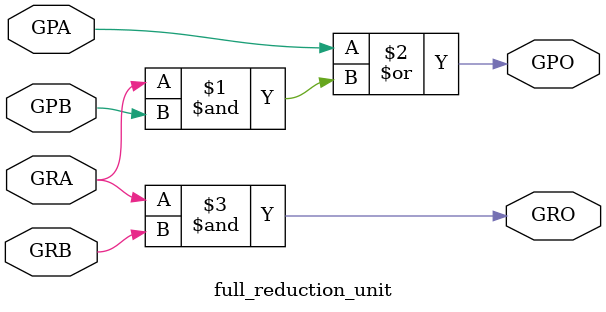
<source format=v>

module full_reduction_unit(
    input   GPA, GRA, GPB, GRB,
    output  GPO, GRO
);

assign GPO = GPA | (GRA & GPB);
assign GRO = GRA & GRB;
    
endmodule
</source>
